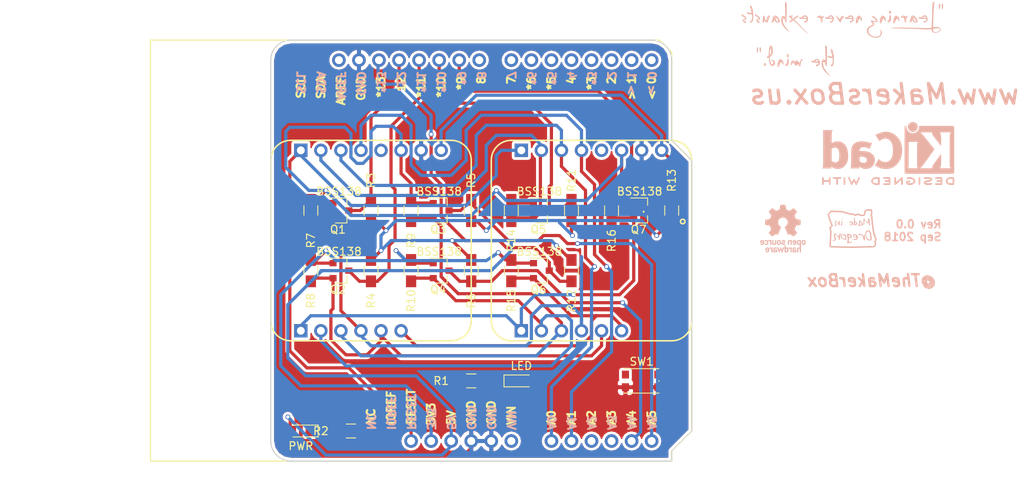
<source format=kicad_pcb>
(kicad_pcb (version 4) (host pcbnew 4.0.7)
  (title_block (title "Beetje 32U4 Blok") (date 2018-08-10) (rev 0.0) (company www.MakersBox.us) (comment 1 648.ken@gmail.com))
  (layers (0 F.Cu signal) (31 B.Cu signal) (34 B.Paste user) (35 F.Paste user) (36 B.SilkS user) (37 F.SilkS user) (38 B.Mask user) (39 F.Mask user) (44 Edge.Cuts user))
  (net 0 "")
  (net 1 GND)
  (net 2 /AREF)
  (net 3 /D4)
  (net 4 /D6)
  (net 5 /D8)
  (net 6 /D13)
  (net 7 /D10)
  (net 8 /D9)
  (net 9 /D7)
  (net 10 /SCL)
  (net 11 /SDA)
  (net 12 /D1)
  (net 13 /D0)
  (net 14 /A0)
  (net 15 /A1)
  (net 16 /A2)
  (net 17 /A3)
  (net 18 /SCK)
  (net 19 /MOSI)
  (net 20 /MISO)
  (net 21 /D5)
  (net 22 /~RESET)
  (net 23 +5V)
  (net 24 /VIN)
  (net 25 +3V3)
  (net 26 "Net-(D1-Pad1)")
  (net 27 "Net-(D2-Pad1)")
  (net 28 "Net-(J4-Pad5)")
  (net 29 "Net-(SW1-Pad1)")
  (net 30 +BATT)
  (net 31 /SDA_5V)
  (net 32 /SCL_5V)
  (net 33 /D9_5V)
  (net 34 /D10_5V)
  (net 35 /MISO_5V)
  (net 36 /MOSI_5V)
  (net 37 /SCK_5V)
  (net 38 "Net-(XA1-PadD2)")
  (net 39 "Net-(XA1-PadD3)")
  (module footprints:Arduino_Leonardo_Shield (layer F.Cu) (at 106.68 129.54)
    (fp_text reference XA1 hide)
    (fp_text value Arduino_Leonardo_Shield)
    (fp_text user . (at 62.484 -32.004) (layer F.SilkS))
    (pad A0 thru_hole oval (at 50.8 -2.54) (size 1.7272 1.7272) (drill 1.016) (layers *.Cu *.Mask) (net 14 /A0))
    (pad VIN thru_hole oval (at 45.72 -2.54) (size 1.7272 1.7272) (drill 1.016) (layers *.Cu *.Mask) (net 24 /VIN))
    (pad GND3 thru_hole oval (at 43.18 -2.54) (size 1.7272 1.7272) (drill 1.016) (layers *.Cu *.Mask) (net 1 GND))
    (pad GND2 thru_hole oval (at 40.64 -2.54) (size 1.7272 1.7272) (drill 1.016) (layers *.Cu *.Mask) (net 1 GND))
    (pad 5V1 thru_hole oval (at 38.1 -2.54) (size 1.7272 1.7272) (drill 1.016) (layers *.Cu *.Mask) (net 23 +5V))
    (pad 3V3 thru_hole oval (at 35.56 -2.54) (size 1.7272 1.7272) (drill 1.016) (layers *.Cu *.Mask) (net 25 +3V3))
    (pad RST1 thru_hole oval (at 33.02 -2.54) (size 1.7272 1.7272) (drill 1.016) (layers *.Cu *.Mask) (net 22 /~RESET))
    (pad D0 thru_hole oval (at 63.5 -50.8) (size 1.7272 1.7272) (drill 1.016) (layers *.Cu *.Mask) (net 13 /D0))
    (pad D1 thru_hole oval (at 60.96 -50.8) (size 1.7272 1.7272) (drill 1.016) (layers *.Cu *.Mask) (net 12 /D1))
    (pad D2 thru_hole oval (at 58.42 -50.8) (size 1.7272 1.7272) (drill 1.016) (layers *.Cu *.Mask) (net 38 "Net-(XA1-PadD2)"))
    (pad D3 thru_hole oval (at 55.88 -50.8) (size 1.7272 1.7272) (drill 1.016) (layers *.Cu *.Mask) (net 39 "Net-(XA1-PadD3)"))
    (pad D4 thru_hole oval (at 53.34 -50.8) (size 1.7272 1.7272) (drill 1.016) (layers *.Cu *.Mask) (net 3 /D4))
    (pad D5 thru_hole oval (at 50.8 -50.8) (size 1.7272 1.7272) (drill 1.016) (layers *.Cu *.Mask) (net 21 /D5))
    (pad D6 thru_hole oval (at 48.26 -50.8) (size 1.7272 1.7272) (drill 1.016) (layers *.Cu *.Mask) (net 4 /D6))
    (pad D7 thru_hole oval (at 45.72 -50.8) (size 1.7272 1.7272) (drill 1.016) (layers *.Cu *.Mask) (net 9 /D7))
    (pad GND1 thru_hole oval (at 26.416 -50.8) (size 1.7272 1.7272) (drill 1.016) (layers *.Cu *.Mask) (net 1 GND))
    (pad D8 thru_hole oval (at 41.656 -50.8) (size 1.7272 1.7272) (drill 1.016) (layers *.Cu *.Mask) (net 5 /D8))
    (pad D9 thru_hole oval (at 39.116 -50.8) (size 1.7272 1.7272) (drill 1.016) (layers *.Cu *.Mask) (net 33 /D9_5V))
    (pad D10 thru_hole oval (at 36.576 -50.8) (size 1.7272 1.7272) (drill 1.016) (layers *.Cu *.Mask) (net 34 /D10_5V))
    (pad AREF thru_hole oval (at 23.876 -50.8) (size 1.7272 1.7272) (drill 1.016) (layers *.Cu *.Mask) (net 2 /AREF))
    (pad D13 thru_hole oval (at 28.956 -50.8) (size 1.7272 1.7272) (drill 1.016) (layers *.Cu *.Mask) (net 37 /SCK_5V))
    (pad D12 thru_hole oval (at 31.496 -50.8) (size 1.7272 1.7272) (drill 1.016) (layers *.Cu *.Mask) (net 35 /MISO_5V))
    (pad D11 thru_hole oval (at 34.036 -50.8) (size 1.7272 1.7272) (drill 1.016) (layers *.Cu *.Mask) (net 36 /MOSI_5V))
    (pad A1 thru_hole oval (at 53.34 -2.54) (size 1.7272 1.7272) (drill 1.016) (layers *.Cu *.Mask) (net 15 /A1))
    (pad A2 thru_hole oval (at 55.88 -2.54) (size 1.7272 1.7272) (drill 1.016) (layers *.Cu *.Mask) (net 16 /A2))
    (pad A3 thru_hole oval (at 58.42 -2.54) (size 1.7272 1.7272) (drill 1.016) (layers *.Cu *.Mask) (net 17 /A3))
    (pad A4 thru_hole oval (at 60.96 -2.54) (size 1.7272 1.7272) (drill 1.016) (layers *.Cu *.Mask) (net 31 /SDA_5V))
    (pad A5 thru_hole oval (at 63.5 -2.54) (size 1.7272 1.7272) (drill 1.016) (layers *.Cu *.Mask) (net 32 /SCL_5V))
  )
  (module footprints:Pin_Header_Straight_1x06_Pitch2.54mm (layer F.Cu) (at 153.67 113.03 90)
    (fp_text reference J2 hide)
    (fp_text value Beetje_Bottom)
    (pad 1 thru_hole rect (at 0 0 90) (size 1.7 1.7) (drill 1) (layers *.Cu *.Mask) (net 8 /D9))
    (pad 2 thru_hole oval (at 0 2.54 90) (size 1.7 1.7) (drill 1) (layers *.Cu *.Mask) (net 11 /SDA))
    (pad 3 thru_hole oval (at 0 5.08 90) (size 1.7 1.7) (drill 1) (layers *.Cu *.Mask) (net 10 /SCL))
    (pad 4 thru_hole oval (at 0 7.62 90) (size 1.7 1.7) (drill 1) (layers *.Cu *.Mask) (net 20 /MISO))
    (pad 5 thru_hole oval (at 0 10.16 90) (size 1.7 1.7) (drill 1) (layers *.Cu *.Mask) (net 19 /MOSI))
    (pad 6 thru_hole oval (at 0 12.7 90) (size 1.7 1.7) (drill 1) (layers *.Cu *.Mask) (net 18 /SCK))
  )
  (module footprints:Pin_Header_Straight_1x08_Pitch2.54mm (layer F.Cu) (at 153.67 90.17 90)
    (fp_text reference J4 hide)
    (fp_text value Beetje_Top)
    (pad 1 thru_hole rect (at 0 0 90) (size 1.7 1.7) (drill 1) (layers *.Cu *.Mask) (net 22 /~RESET))
    (pad 2 thru_hole oval (at 0 2.54 90) (size 1.7 1.7) (drill 1) (layers *.Cu *.Mask) (net 7 /D10))
    (pad 3 thru_hole oval (at 0 5.08 90) (size 1.7 1.7) (drill 1) (layers *.Cu *.Mask) (net 14 /A0))
    (pad 4 thru_hole oval (at 0 7.62 90) (size 1.7 1.7) (drill 1) (layers *.Cu *.Mask) (net 15 /A1))
    (pad 5 thru_hole oval (at 0 10.16 90) (size 1.7 1.7) (drill 1) (layers *.Cu *.Mask) (net 30 +BATT))
    (pad 6 thru_hole oval (at 0 12.7 90) (size 1.7 1.7) (drill 1) (layers *.Cu *.Mask) (net 25 +3V3))
    (pad 7 thru_hole oval (at 0 15.24 90) (size 1.7 1.7) (drill 1) (layers *.Cu *.Mask) (net 1 GND))
    (pad 8 thru_hole oval (at 0 17.78 90) (size 1.7 1.7) (drill 1) (layers *.Cu *.Mask) (net 23 +5V))
  )
  (module Symbols:KiCad-Logo2_8mm_SilkScreen (layer B.Cu) (at 200.152 90.551 180)
    (fp_text reference REF*** hide)
    (fp_text value KiCad-Logo2_8mm_SilkScreen hide)
  )
  (module footprints:MadeInOregonRev25 (layer F.Cu) (at 195.58 100.076)
    (fp_text reference VAL hide)
    (fp_text value MadeInOregonRev25 hide)
  )
  (module Symbols:OSHW-Logo_5.7x6mm_SilkScreen (layer B.Cu) (at 186.817 100.076 180)
    (fp_text reference REF*** hide)
    (fp_text value OSHW-Logo_5.7x6mm_SilkScreen hide)
  )
  (module footprints:graphic_SDA (layer B.Cu) (at 194.31 76.073 180)
    (fp_text reference G*** hide)
    (fp_text value LOGO hide)
  )
  (module footprints:LED_0805_HandSoldering (layer F.Cu) (at 125.73 125.73 180)
    (fp_text reference D2 hide)
    (fp_text value PWR (at 0 -1.905 180) (layer F.SilkS))
    (pad 1 smd rect (at -1.35 0 180) (size 1.5 1.3) (layers F.Cu F.Paste F.Mask) (net 27 "Net-(D2-Pad1)"))
    (pad 2 smd rect (at 1.35 0 180) (size 1.5 1.3) (layers F.Cu F.Paste F.Mask) (net 23 +5V))
  )
  (module footprints:Pin_Header_Straight_1x06_Pitch2.54mm (layer F.Cu) (at 125.73 113.03 90)
    (fp_text reference J2 hide)
    (fp_text value Beetje_Bottom)
    (pad 1 thru_hole rect (at 0 0 90) (size 1.7 1.7) (drill 1) (layers *.Cu *.Mask) (net 8 /D9))
    (pad 2 thru_hole oval (at 0 2.54 90) (size 1.7 1.7) (drill 1) (layers *.Cu *.Mask) (net 11 /SDA))
    (pad 3 thru_hole oval (at 0 5.08 90) (size 1.7 1.7) (drill 1) (layers *.Cu *.Mask) (net 10 /SCL))
    (pad 4 thru_hole oval (at 0 7.62 90) (size 1.7 1.7) (drill 1) (layers *.Cu *.Mask) (net 20 /MISO))
    (pad 5 thru_hole oval (at 0 10.16 90) (size 1.7 1.7) (drill 1) (layers *.Cu *.Mask) (net 19 /MOSI))
    (pad 6 thru_hole oval (at 0 12.7 90) (size 1.7 1.7) (drill 1) (layers *.Cu *.Mask) (net 18 /SCK))
  )
  (module footprints:Pin_Header_Straight_1x08_Pitch2.54mm (layer F.Cu) (at 125.73 90.17 90)
    (fp_text reference J4 hide)
    (fp_text value Beetje_Top)
    (pad 1 thru_hole rect (at 0 0 90) (size 1.7 1.7) (drill 1) (layers *.Cu *.Mask) (net 22 /~RESET))
    (pad 2 thru_hole oval (at 0 2.54 90) (size 1.7 1.7) (drill 1) (layers *.Cu *.Mask) (net 7 /D10))
    (pad 3 thru_hole oval (at 0 5.08 90) (size 1.7 1.7) (drill 1) (layers *.Cu *.Mask) (net 14 /A0))
    (pad 4 thru_hole oval (at 0 7.62 90) (size 1.7 1.7) (drill 1) (layers *.Cu *.Mask) (net 15 /A1))
    (pad 5 thru_hole oval (at 0 10.16 90) (size 1.7 1.7) (drill 1) (layers *.Cu *.Mask) (net 28 "Net-(J4-Pad5)"))
    (pad 6 thru_hole oval (at 0 12.7 90) (size 1.7 1.7) (drill 1) (layers *.Cu *.Mask) (net 25 +3V3))
    (pad 7 thru_hole oval (at 0 15.24 90) (size 1.7 1.7) (drill 1) (layers *.Cu *.Mask) (net 1 GND))
    (pad 8 thru_hole oval (at 0 17.78 90) (size 1.7 1.7) (drill 1) (layers *.Cu *.Mask) (net 23 +5V))
  )
  (module footprints:R_0805_HandSoldering (layer F.Cu) (at 132.08 125.73)
    (fp_text reference R2 (at -3.81 0) (layer F.SilkS))
    (fp_text value 1K)
    (pad 1 smd rect (at -1.35 0) (size 1.5 1.3) (layers F.Cu F.Paste F.Mask) (net 27 "Net-(D2-Pad1)"))
    (pad 2 smd rect (at 1.35 0) (size 1.5 1.3) (layers F.Cu F.Paste F.Mask) (net 1 GND))
  )
  (module footprints:LED_0805_HandSoldering (layer F.Cu) (at 153.67 119.38)
    (fp_text reference D1 hide)
    (fp_text value LED (at 0 -1.905) (layer F.SilkS))
    (pad 1 smd rect (at -1.35 0) (size 1.5 1.3) (layers F.Cu F.Paste F.Mask) (net 26 "Net-(D1-Pad1)"))
    (pad 2 smd rect (at 1.35 0) (size 1.5 1.3) (layers F.Cu F.Paste F.Mask) (net 6 /D13))
  )
  (module footprints:SOT-23 (layer F.Cu) (at 130.81 97.79)
    (fp_text reference Q1 (at -0.381 2.413) (layer F.SilkS))
    (fp_text value BSS138 (at -0.254 -2.413) (layer F.SilkS))
    (pad 1 smd rect (at -1 -0.95) (size 0.9 0.8) (layers F.Cu F.Paste F.Mask) (net 25 +3V3))
    (pad 2 smd rect (at -1 0.95) (size 0.9 0.8) (layers F.Cu F.Paste F.Mask) (net 20 /MISO))
    (pad 3 smd rect (at 1 0) (size 0.9 0.8) (layers F.Cu F.Paste F.Mask) (net 35 /MISO_5V))
  )
  (module footprints:SOT-23 (layer F.Cu) (at 130.81 105.41)
    (fp_text reference Q2 (at -0.381 2.413) (layer F.SilkS))
    (fp_text value BSS138 (at -0.254 -2.413) (layer F.SilkS))
    (pad 1 smd rect (at -1 -0.95) (size 0.9 0.8) (layers F.Cu F.Paste F.Mask) (net 25 +3V3))
    (pad 2 smd rect (at -1 0.95) (size 0.9 0.8) (layers F.Cu F.Paste F.Mask) (net 19 /MOSI))
    (pad 3 smd rect (at 1 0) (size 0.9 0.8) (layers F.Cu F.Paste F.Mask) (net 36 /MOSI_5V))
  )
  (module footprints:SOT-23 (layer F.Cu) (at 143.51 97.79)
    (fp_text reference Q3 (at -0.381 2.413) (layer F.SilkS))
    (fp_text value BSS138 (at -0.254 -2.413) (layer F.SilkS))
    (pad 1 smd rect (at -1 -0.95) (size 0.9 0.8) (layers F.Cu F.Paste F.Mask) (net 25 +3V3))
    (pad 2 smd rect (at -1 0.95) (size 0.9 0.8) (layers F.Cu F.Paste F.Mask) (net 10 /SCL))
    (pad 3 smd rect (at 1 0) (size 0.9 0.8) (layers F.Cu F.Paste F.Mask) (net 32 /SCL_5V))
  )
  (module footprints:SOT-23 (layer F.Cu) (at 143.51 105.41)
    (fp_text reference Q4 (at -0.381 2.413) (layer F.SilkS))
    (fp_text value BSS138 (at -0.254 -2.413) (layer F.SilkS))
    (pad 1 smd rect (at -1 -0.95) (size 0.9 0.8) (layers F.Cu F.Paste F.Mask) (net 25 +3V3))
    (pad 2 smd rect (at -1 0.95) (size 0.9 0.8) (layers F.Cu F.Paste F.Mask) (net 11 /SDA))
    (pad 3 smd rect (at 1 0) (size 0.9 0.8) (layers F.Cu F.Paste F.Mask) (net 31 /SDA_5V))
  )
  (module footprints:SOT-23 (layer F.Cu) (at 156.21 97.79)
    (fp_text reference Q5 (at -0.381 2.413) (layer F.SilkS))
    (fp_text value BSS138 (at -0.254 -2.413) (layer F.SilkS))
    (pad 1 smd rect (at -1 -0.95) (size 0.9 0.8) (layers F.Cu F.Paste F.Mask) (net 25 +3V3))
    (pad 2 smd rect (at -1 0.95) (size 0.9 0.8) (layers F.Cu F.Paste F.Mask) (net 7 /D10))
    (pad 3 smd rect (at 1 0) (size 0.9 0.8) (layers F.Cu F.Paste F.Mask) (net 34 /D10_5V))
  )
  (module footprints:SOT-23 (layer F.Cu) (at 156.21 105.41)
    (fp_text reference Q6 (at -0.381 2.413) (layer F.SilkS))
    (fp_text value BSS138 (at -0.254 -2.413) (layer F.SilkS))
    (pad 1 smd rect (at -1 -0.95) (size 0.9 0.8) (layers F.Cu F.Paste F.Mask) (net 25 +3V3))
    (pad 2 smd rect (at -1 0.95) (size 0.9 0.8) (layers F.Cu F.Paste F.Mask) (net 18 /SCK))
    (pad 3 smd rect (at 1 0) (size 0.9 0.8) (layers F.Cu F.Paste F.Mask) (net 37 /SCK_5V))
  )
  (module footprints:SOT-23 (layer F.Cu) (at 168.91 97.79)
    (fp_text reference Q7 (at -0.381 2.413) (layer F.SilkS))
    (fp_text value BSS138 (at -0.254 -2.413) (layer F.SilkS))
    (pad 1 smd rect (at -1 -0.95) (size 0.9 0.8) (layers F.Cu F.Paste F.Mask) (net 25 +3V3))
    (pad 2 smd rect (at -1 0.95) (size 0.9 0.8) (layers F.Cu F.Paste F.Mask) (net 8 /D9))
    (pad 3 smd rect (at 1 0) (size 0.9 0.8) (layers F.Cu F.Paste F.Mask) (net 33 /D9_5V))
  )
  (module footprints:R_0805_HandSoldering (layer F.Cu) (at 147.32 119.38)
    (fp_text reference R1 (at -3.81 0) (layer F.SilkS))
    (fp_text value 1K)
    (pad 1 smd rect (at -1.35 0) (size 1.5 1.3) (layers F.Cu F.Paste F.Mask) (net 1 GND))
    (pad 2 smd rect (at 1.35 0) (size 1.5 1.3) (layers F.Cu F.Paste F.Mask) (net 26 "Net-(D1-Pad1)"))
  )
  (module footprints:R_0805_HandSoldering (layer F.Cu) (at 134.62 97.79 270)
    (fp_text reference R3 (at -3.81 0 270) (layer F.SilkS))
    (fp_text value 10K)
    (pad 1 smd rect (at -1.35 0 270) (size 1.5 1.3) (layers F.Cu F.Paste F.Mask) (net 35 /MISO_5V))
    (pad 2 smd rect (at 1.35 0 270) (size 1.5 1.3) (layers F.Cu F.Paste F.Mask) (net 23 +5V))
  )
  (module footprints:R_0805_HandSoldering (layer F.Cu) (at 134.62 105.41 90)
    (fp_text reference R4 (at -3.81 0 90) (layer F.SilkS))
    (fp_text value 10K)
    (pad 1 smd rect (at -1.35 0 90) (size 1.5 1.3) (layers F.Cu F.Paste F.Mask) (net 36 /MOSI_5V))
    (pad 2 smd rect (at 1.35 0 90) (size 1.5 1.3) (layers F.Cu F.Paste F.Mask) (net 23 +5V))
  )
  (module footprints:R_0805_HandSoldering (layer F.Cu) (at 147.32 97.79 270)
    (fp_text reference R5 (at -3.81 0 270) (layer F.SilkS))
    (fp_text value 10K)
    (pad 1 smd rect (at -1.35 0 270) (size 1.5 1.3) (layers F.Cu F.Paste F.Mask) (net 32 /SCL_5V))
    (pad 2 smd rect (at 1.35 0 270) (size 1.5 1.3) (layers F.Cu F.Paste F.Mask) (net 23 +5V))
  )
  (module footprints:R_0805_HandSoldering (layer F.Cu) (at 147.32 105.41 90)
    (fp_text reference R6 (at -3.81 0 90) (layer F.SilkS))
    (fp_text value 10K)
    (pad 1 smd rect (at -1.35 0 90) (size 1.5 1.3) (layers F.Cu F.Paste F.Mask) (net 31 /SDA_5V))
    (pad 2 smd rect (at 1.35 0 90) (size 1.5 1.3) (layers F.Cu F.Paste F.Mask) (net 23 +5V))
  )
  (module footprints:R_0805_HandSoldering (layer F.Cu) (at 127 97.79 90)
    (fp_text reference R7 (at -3.81 0 90) (layer F.SilkS))
    (fp_text value 10K)
    (pad 1 smd rect (at -1.35 0 90) (size 1.5 1.3) (layers F.Cu F.Paste F.Mask) (net 20 /MISO))
    (pad 2 smd rect (at 1.35 0 90) (size 1.5 1.3) (layers F.Cu F.Paste F.Mask) (net 25 +3V3))
  )
  (module footprints:R_0805_HandSoldering (layer F.Cu) (at 127 105.41 90)
    (fp_text reference R8 (at -3.81 0 90) (layer F.SilkS))
    (fp_text value 10K)
    (pad 1 smd rect (at -1.35 0 90) (size 1.5 1.3) (layers F.Cu F.Paste F.Mask) (net 19 /MOSI))
    (pad 2 smd rect (at 1.35 0 90) (size 1.5 1.3) (layers F.Cu F.Paste F.Mask) (net 25 +3V3))
  )
  (module footprints:R_0805_HandSoldering (layer F.Cu) (at 139.7 97.79 90)
    (fp_text reference R9 (at -3.81 0 90) (layer F.SilkS))
    (fp_text value 10K)
    (pad 1 smd rect (at -1.35 0 90) (size 1.5 1.3) (layers F.Cu F.Paste F.Mask) (net 10 /SCL))
    (pad 2 smd rect (at 1.35 0 90) (size 1.5 1.3) (layers F.Cu F.Paste F.Mask) (net 25 +3V3))
  )
  (module footprints:R_0805_HandSoldering (layer F.Cu) (at 139.7 105.41 90)
    (fp_text reference R10 (at -3.81 0 90) (layer F.SilkS))
    (fp_text value 10K)
    (pad 1 smd rect (at -1.35 0 90) (size 1.5 1.3) (layers F.Cu F.Paste F.Mask) (net 11 /SDA))
    (pad 2 smd rect (at 1.35 0 90) (size 1.5 1.3) (layers F.Cu F.Paste F.Mask) (net 25 +3V3))
  )
  (module footprints:R_0805_HandSoldering (layer F.Cu) (at 160.02 97.79 270)
    (fp_text reference R11 (at -3.81 0 270) (layer F.SilkS))
    (fp_text value 10K)
    (pad 1 smd rect (at -1.35 0 270) (size 1.5 1.3) (layers F.Cu F.Paste F.Mask) (net 34 /D10_5V))
    (pad 2 smd rect (at 1.35 0 270) (size 1.5 1.3) (layers F.Cu F.Paste F.Mask) (net 23 +5V))
  )
  (module footprints:R_0805_HandSoldering (layer F.Cu) (at 160.02 105.41 90)
    (fp_text reference R12 (at -3.81 0 90) (layer F.SilkS))
    (fp_text value 10K)
    (pad 1 smd rect (at -1.35 0 90) (size 1.5 1.3) (layers F.Cu F.Paste F.Mask) (net 37 /SCK_5V))
    (pad 2 smd rect (at 1.35 0 90) (size 1.5 1.3) (layers F.Cu F.Paste F.Mask) (net 23 +5V))
  )
  (module footprints:R_0805_HandSoldering (layer F.Cu) (at 172.72 97.79 270)
    (fp_text reference R13 (at -3.81 0 270) (layer F.SilkS))
    (fp_text value 10K)
    (pad 1 smd rect (at -1.35 0 270) (size 1.5 1.3) (layers F.Cu F.Paste F.Mask) (net 33 /D9_5V))
    (pad 2 smd rect (at 1.35 0 270) (size 1.5 1.3) (layers F.Cu F.Paste F.Mask) (net 23 +5V))
  )
  (module footprints:R_0805_HandSoldering (layer F.Cu) (at 152.4 97.79 90)
    (fp_text reference R14 (at -3.81 0 90) (layer F.SilkS))
    (fp_text value 10K)
    (pad 1 smd rect (at -1.35 0 90) (size 1.5 1.3) (layers F.Cu F.Paste F.Mask) (net 7 /D10))
    (pad 2 smd rect (at 1.35 0 90) (size 1.5 1.3) (layers F.Cu F.Paste F.Mask) (net 25 +3V3))
  )
  (module footprints:R_0805_HandSoldering (layer F.Cu) (at 152.4 105.41 90)
    (fp_text reference R15 (at -3.81 0 90) (layer F.SilkS))
    (fp_text value 10K)
    (pad 1 smd rect (at -1.35 0 90) (size 1.5 1.3) (layers F.Cu F.Paste F.Mask) (net 18 /SCK))
    (pad 2 smd rect (at 1.35 0 90) (size 1.5 1.3) (layers F.Cu F.Paste F.Mask) (net 25 +3V3))
  )
  (module footprints:R_0805_HandSoldering (layer F.Cu) (at 165.1 97.79 90)
    (fp_text reference R16 (at -3.81 0 90) (layer F.SilkS))
    (fp_text value 10K)
    (pad 1 smd rect (at -1.35 0 90) (size 1.5 1.3) (layers F.Cu F.Paste F.Mask) (net 8 /D9))
    (pad 2 smd rect (at 1.35 0 90) (size 1.5 1.3) (layers F.Cu F.Paste F.Mask) (net 25 +3V3))
  )
  (module footprints:SW_SPST_KMR2 (layer F.Cu) (at 168.91 119.38)
    (fp_text reference SW1 (at 0 -2.45) (layer F.SilkS))
    (fp_text value SW_Push)
    (pad 1 smd rect (at -2.05 -0.8) (size 0.9 1) (layers F.Cu F.Paste F.Mask) (net 29 "Net-(SW1-Pad1)"))
    (pad 2 smd rect (at -2.05 0.8) (size 0.9 1) (layers F.Cu F.Paste F.Mask) (net 1 GND))
    (pad 1 smd rect (at 2.05 -0.8) (size 0.9 1) (layers F.Cu F.Paste F.Mask) (net 29 "Net-(SW1-Pad1)"))
    (pad 2 smd rect (at 2.05 0.8) (size 0.9 1) (layers F.Cu F.Paste F.Mask) (net 1 GND))
  )
  (gr_line (start 172.72 129.54) (end 124.46 129.54) (angle 90) (layer Edge.Cuts) (width 0.15))
  (gr_line (start 124.46 76.2) (end 170.18 76.2) (angle 90) (layer Edge.Cuts) (width 0.15))
  (gr_line (start 121.92 78.74) (end 121.92 127) (angle 90) (layer Edge.Cuts) (width 0.15))
  (gr_arc (start 124.46 78.74) (end 121.92 78.74) (angle 90) (layer Edge.Cuts) (width 0.15))
  (gr_arc (start 124.46 127) (end 124.46 129.54) (angle 90) (layer Edge.Cuts) (width 0.15))
  (gr_line (start 172.72 88.9) (end 152.4 88.9) (angle 90) (layer F.SilkS) (width 0.2))
  (gr_line (start 152.4 114.3) (end 172.72 114.3) (angle 90) (layer F.SilkS) (width 0.2))
  (gr_line (start 149.86 91.44) (end 149.86 111.76) (angle 90) (layer F.SilkS) (width 0.2))
  (gr_arc (start 172.72 111.76) (end 175.26 111.76) (angle 90) (layer F.SilkS) (width 0.2))
  (gr_arc (start 172.72 91.44) (end 172.72 88.9) (angle 90) (layer F.SilkS) (width 0.2))
  (gr_arc (start 152.4 111.76) (end 152.4 114.3) (angle 90) (layer F.SilkS) (width 0.2))
  (gr_arc (start 152.4 91.44) (end 149.86 91.44) (angle 90) (layer F.SilkS) (width 0.2))
  (gr_line (start 124.46 88.9) (end 144.78 88.9) (angle 90) (layer F.SilkS) (width 0.2))
  (gr_line (start 147.32 111.76) (end 147.32 91.44) (angle 90) (layer F.SilkS) (width 0.2))
  (gr_line (start 124.46 114.3) (end 144.78 114.3) (angle 90) (layer F.SilkS) (width 0.2))
  (gr_line (start 121.92 91.44) (end 121.92 111.76) (angle 90) (layer F.SilkS) (width 0.2))
  (gr_arc (start 144.78 111.76) (end 147.32 111.76) (angle 90) (layer F.SilkS) (width 0.2))
  (gr_arc (start 124.46 111.76) (end 124.46 114.3) (angle 90) (layer F.SilkS) (width 0.2))
  (gr_arc (start 144.78 91.44) (end 144.78 88.9) (angle 90) (layer F.SilkS) (width 0.2))
  (gr_arc (start 124.46 91.44) (end 121.92 91.44) (angle 90) (layer F.SilkS) (width 0.2))
  (gr_circle (center 174.117 99.187) (end 173.99 98.933) (layer F.SilkS) (width 0.2))
  (gr_text SCL (at 125.73 80.01 270) (layer B.SilkS) (effects (font (size 1 1) (thickness 0.25)) (justify right mirror)))
  (gr_text SDA (at 128.27 80.01 270) (layer B.SilkS) (effects (font (size 1 1) (thickness 0.25)) (justify right mirror)))
  (gr_text AREF (at 130.81 80.01 270) (layer B.SilkS) (effects (font (size 1 1) (thickness 0.25)) (justify right mirror)))
  (gr_text GND (at 133.35 80.01 270) (layer B.SilkS) (effects (font (size 1 1) (thickness 0.25)) (justify right mirror)))
  (gr_text *13 (at 135.89 80.01 270) (layer B.SilkS) (effects (font (size 1 1) (thickness 0.25)) (justify right mirror)))
  (gr_text 12 (at 138.43 80.01 270) (layer B.SilkS) (effects (font (size 1 1) (thickness 0.25)) (justify right mirror)))
  (gr_text *11 (at 140.97 80.01 270) (layer B.SilkS) (effects (font (size 1 1) (thickness 0.25)) (justify right mirror)))
  (gr_text *10 (at 143.51 80.01 270) (layer B.SilkS) (effects (font (size 1 1) (thickness 0.25)) (justify right mirror)))
  (gr_text *9 (at 146.05 80.01 270) (layer B.SilkS) (effects (font (size 1 1) (thickness 0.25)) (justify right mirror)))
  (gr_text 8 (at 148.59 80.01 270) (layer B.SilkS) (effects (font (size 1 1) (thickness 0.25)) (justify right mirror)))
  (gr_text 7 (at 152.4 80.01 270) (layer B.SilkS) (effects (font (size 1 1) (thickness 0.25)) (justify right mirror)))
  (gr_text *6 (at 154.94 80.01 270) (layer B.SilkS) (effects (font (size 1 1) (thickness 0.25)) (justify right mirror)))
  (gr_text *5 (at 157.48 80.01 270) (layer B.SilkS) (effects (font (size 1 1) (thickness 0.25)) (justify right mirror)))
  (gr_text 4 (at 160.02 80.01 270) (layer B.SilkS) (effects (font (size 1 1) (thickness 0.25)) (justify right mirror)))
  (gr_text *3 (at 162.56 80.01 270) (layer B.SilkS) (effects (font (size 1 1) (thickness 0.25)) (justify right mirror)))
  (gr_text 2 (at 165.1 80.01 270) (layer B.SilkS) (effects (font (size 1 1) (thickness 0.25)) (justify right mirror)))
  (gr_text "> 1" (at 167.64 80.01 270) (layer B.SilkS) (effects (font (size 1 1) (thickness 0.25)) (justify right mirror)))
  (gr_text "< 0" (at 170.18 80.01 270) (layer B.SilkS) (effects (font (size 1 1) (thickness 0.25)) (justify right mirror)))
  (gr_text A5 (at 170.18 125.73 270) (layer B.SilkS) (effects (font (size 1 1) (thickness 0.25)) (justify left mirror)))
  (gr_text A4 (at 167.64 125.73 270) (layer B.SilkS) (effects (font (size 1 1) (thickness 0.25)) (justify left mirror)))
  (gr_text A3 (at 165.1 125.73 270) (layer B.SilkS) (effects (font (size 1 1) (thickness 0.25)) (justify left mirror)))
  (gr_text A2 (at 162.56 125.73 270) (layer B.SilkS) (effects (font (size 1 1) (thickness 0.25)) (justify left mirror)))
  (gr_text A1 (at 160.02 125.73 270) (layer B.SilkS) (effects (font (size 1 1) (thickness 0.25)) (justify left mirror)))
  (gr_text A0 (at 157.48 125.73 270) (layer B.SilkS) (effects (font (size 1 1) (thickness 0.25)) (justify left mirror)))
  (gr_text VIN (at 152.4 125.73 270) (layer B.SilkS) (effects (font (size 1 1) (thickness 0.25)) (justify left mirror)))
  (gr_text GND (at 149.86 125.73 270) (layer B.SilkS) (effects (font (size 1 1) (thickness 0.25)) (justify left mirror)))
  (gr_text GND (at 147.32 125.73 270) (layer B.SilkS) (effects (font (size 1 1) (thickness 0.25)) (justify left mirror)))
  (gr_text 5V (at 144.78 125.73 270) (layer B.SilkS) (effects (font (size 1 1) (thickness 0.25)) (justify left mirror)))
  (gr_text 3V3 (at 142.24 125.73 270) (layer B.SilkS) (effects (font (size 1 1) (thickness 0.25)) (justify left mirror)))
  (gr_text RESET (at 139.7 125.73 270) (layer B.SilkS) (effects (font (size 1 1) (thickness 0.25)) (justify left mirror)))
  (gr_text IOREF (at 137.16 125.73 270) (layer B.SilkS) (effects (font (size 1 1) (thickness 0.25)) (justify left mirror)))
  (gr_text NC (at 134.62 125.73 270) (layer B.SilkS) (effects (font (size 1 1) (thickness 0.25)) (justify left mirror)))
  (gr_text NC (at 134.62 125.095 90) (layer F.SilkS) (effects (font (size 1 1) (thickness 0.25)) (justify left)))
  (gr_text "Rev 0.0\nSep 2018" (at 207.01 100.33) (layer B.SilkS) (effects (font (size 1 1) (thickness 0.2)) (justify left mirror)))
  (gr_text @TheMakerBox (at 198.12 106.68) (layer B.SilkS) (effects (font (size 1.5 1.5) (thickness 0.3) italic) (justify mirror)))
  (gr_text www.MakersBox.us (at 199.771 83.058) (layer B.SilkS) (effects (font (size 2.5 2.5) (thickness 0.4) italic) (justify mirror)))
  (gr_line (start 172.72 128.27) (end 172.72 129.54) (angle 90) (layer Edge.Cuts) (width 0.15))
  (gr_line (start 175.26 125.73) (end 172.72 128.27) (angle 90) (layer Edge.Cuts) (width 0.15))
  (gr_line (start 175.26 91.44) (end 175.26 125.73) (angle 90) (layer Edge.Cuts) (width 0.15))
  (gr_line (start 172.72 88.9) (end 175.26 91.44) (angle 90) (layer Edge.Cuts) (width 0.15))
  (gr_line (start 172.72 78.74) (end 172.72 88.9) (angle 90) (layer Edge.Cuts) (width 0.15))
  (gr_arc (start 170.18 78.74) (end 170.18 76.2) (angle 90) (layer Edge.Cuts) (width 0.15))
  (gr_text A5 (at 170.18 125.095 90) (layer F.SilkS) (effects (font (size 1 1) (thickness 0.25)) (justify left)))
  (gr_text A4 (at 167.64 125.095 90) (layer F.SilkS) (effects (font (size 1 1) (thickness 0.25)) (justify left)))
  (gr_text A3 (at 165.1 125.095 90) (layer F.SilkS) (effects (font (size 1 1) (thickness 0.25)) (justify left)))
  (gr_text A2 (at 162.56 125.095 90) (layer F.SilkS) (effects (font (size 1 1) (thickness 0.25)) (justify left)))
  (gr_text A1 (at 160.02 125.095 90) (layer F.SilkS) (effects (font (size 1 1) (thickness 0.25)) (justify left)))
  (gr_text A0 (at 157.48 125.095 90) (layer F.SilkS) (effects (font (size 1 1) (thickness 0.25)) (justify left)))
  (gr_text VIN (at 152.4 125.095 90) (layer F.SilkS) (effects (font (size 1 1) (thickness 0.25)) (justify left)))
  (gr_text GND (at 149.86 125.095 90) (layer F.SilkS) (effects (font (size 1 1) (thickness 0.25)) (justify left)))
  (gr_text GND (at 147.32 125.095 90) (layer F.SilkS) (effects (font (size 1 1) (thickness 0.25)) (justify left)))
  (gr_text 3V3 (at 142.24 125.095 90) (layer F.SilkS) (effects (font (size 1 1) (thickness 0.25)) (justify left)))
  (gr_text RESET (at 139.7 125.095 90) (layer F.SilkS) (effects (font (size 1 1) (thickness 0.25)) (justify left)))
  (gr_text 5V (at 144.78 125.095 90) (layer F.SilkS) (effects (font (size 1 1) (thickness 0.25)) (justify left)))
  (gr_text IOREF (at 137.16 125.095 90) (layer F.SilkS) (effects (font (size 1 1) (thickness 0.25)) (justify left)))
  (gr_text "< 0" (at 170.18 80.645 90) (layer F.SilkS) (effects (font (size 1 1) (thickness 0.25)) (justify right)))
  (gr_text "> 1" (at 167.64 80.645 90) (layer F.SilkS) (effects (font (size 1 1) (thickness 0.25)) (justify right)))
  (gr_text 2 (at 165.1 80.645 90) (layer F.SilkS) (effects (font (size 1 1) (thickness 0.25)) (justify right)))
  (gr_text *3 (at 162.56 80.645 90) (layer F.SilkS) (effects (font (size 1 1) (thickness 0.25)) (justify right)))
  (gr_text 4 (at 160.02 80.645 90) (layer F.SilkS) (effects (font (size 1 1) (thickness 0.25)) (justify right)))
  (gr_text *5 (at 157.48 80.645 90) (layer F.SilkS) (effects (font (size 1 1) (thickness 0.25)) (justify right)))
  (gr_text *6 (at 154.94 80.645 90) (layer F.SilkS) (effects (font (size 1 1) (thickness 0.25)) (justify right)))
  (gr_text 7 (at 152.4 80.645 90) (layer F.SilkS) (effects (font (size 1 1) (thickness 0.25)) (justify right)))
  (gr_text 8 (at 148.59 80.645 90) (layer F.SilkS) (effects (font (size 1 1) (thickness 0.25)) (justify right)))
  (gr_text *9 (at 146.05 80.645 90) (layer F.SilkS) (effects (font (size 1 1) (thickness 0.25)) (justify right)))
  (gr_text *10 (at 143.51 80.645 90) (layer F.SilkS) (effects (font (size 1 1) (thickness 0.25)) (justify right)))
  (gr_text *11 (at 140.97 80.645 90) (layer F.SilkS) (effects (font (size 1 1) (thickness 0.25)) (justify right)))
  (gr_text 12 (at 138.43 80.645 90) (layer F.SilkS) (effects (font (size 1 1) (thickness 0.25)) (justify right)))
  (gr_text *13 (at 135.89 80.645 90) (layer F.SilkS) (effects (font (size 1 1) (thickness 0.25)) (justify right)))
  (gr_text GND (at 133.35 80.645 90) (layer F.SilkS) (effects (font (size 1 1) (thickness 0.25)) (justify right)))
  (gr_text AREF (at 130.81 80.645 90) (layer F.SilkS) (effects (font (size 1 1) (thickness 0.25)) (justify right)))
  (gr_text "SDA\n" (at 128.27 80.645 90) (layer F.SilkS) (effects (font (size 1 1) (thickness 0.25)) (justify right)))
  (gr_text SCL (at 125.73 80.645 90) (layer F.SilkS) (effects (font (size 1 1) (thickness 0.25)) (justify right)))
  (segment (start 133.43 125.73) (end 133.43 126.318) (width 0.4064) (layer F.Cu) (net 1))
  (segment (start 133.43 126.318) (end 135.89 128.778) (width 0.4064) (layer F.Cu) (net 1))
  (segment (start 147.32 127.889) (end 147.32 127) (width 0.4064) (layer F.Cu) (net 1))
  (segment (start 146.431 128.778) (end 147.32 127.889) (width 0.4064) (layer F.Cu) (net 1))
  (segment (start 135.89 128.778) (end 146.431 128.778) (width 0.4064) (layer F.Cu) (net 1))
  (segment (start 140.97 90.17) (end 140.97 86.36) (width 0.4064) (layer B.Cu) (net 1))
  (segment (start 142.875 92.075) (end 141.732 92.075) (width 0.4064) (layer B.Cu) (net 1))
  (segment (start 168.91 86.995) (end 166.37 84.455) (width 0.4064) (layer B.Cu) (net 1))
  (segment (start 166.37 84.455) (end 147.955 84.455) (width 0.4064) (layer B.Cu) (net 1))
  (segment (start 147.955 84.455) (end 145.415 86.995) (width 0.4064) (layer B.Cu) (net 1))
  (segment (start 145.415 86.995) (end 145.415 90.805) (width 0.4064) (layer B.Cu) (net 1))
  (segment (start 145.415 90.805) (end 144.145 92.075) (width 0.4064) (layer B.Cu) (net 1))
  (segment (start 144.145 92.075) (end 142.875 92.075) (width 0.4064) (layer B.Cu) (net 1))
  (segment (start 168.91 90.17) (end 168.91 86.995) (width 0.4064) (layer B.Cu) (net 1))
  (segment (start 140.97 91.313) (end 140.97 90.17) (width 0.4064) (layer B.Cu) (net 1))
  (segment (start 141.732 92.075) (end 140.97 91.313) (width 0.4064) (layer B.Cu) (net 1))
  (segment (start 133.096 81.661) (end 133.096 78.74) (width 0.4064) (layer B.Cu) (net 1))
  (segment (start 134.62 83.185) (end 133.096 81.661) (width 0.4064) (layer B.Cu) (net 1))
  (segment (start 137.795 83.185) (end 134.62 83.185) (width 0.4064) (layer B.Cu) (net 1))
  (segment (start 141.097 86.487) (end 137.795 83.185) (width 0.4064) (layer B.Cu) (net 1))
  (segment (start 155.21 98.74) (end 155.387 98.74) (width 0.4064) (layer F.Cu) (net 7))
  (segment (start 155.387 98.74) (end 156.083 98.044) (width 0.4064) (layer F.Cu) (net 7))
  (segment (start 156.083 98.044) (end 156.083 90.297) (width 0.4064) (layer F.Cu) (net 7))
  (segment (start 156.083 90.297) (end 156.21 90.17) (width 0.4064) (layer F.Cu) (net 7))
  (segment (start 156.21 90.17) (end 156.21 89.535) (width 0.4064) (layer B.Cu) (net 7))
  (segment (start 156.21 89.535) (end 154.94 88.265) (width 0.4064) (layer B.Cu) (net 7))
  (segment (start 154.94 88.265) (end 150.495 88.265) (width 0.4064) (layer B.Cu) (net 7))
  (segment (start 150.495 88.265) (end 149.225 89.535) (width 0.4064) (layer B.Cu) (net 7))
  (segment (start 149.225 89.535) (end 149.225 92.71) (width 0.4064) (layer B.Cu) (net 7))
  (segment (start 149.225 92.71) (end 146.05 95.885) (width 0.4064) (layer B.Cu) (net 7))
  (segment (start 146.05 95.885) (end 132.715 95.885) (width 0.4064) (layer B.Cu) (net 7))
  (segment (start 132.715 95.885) (end 128.27 91.44) (width 0.4064) (layer B.Cu) (net 7))
  (segment (start 128.27 91.44) (end 128.27 90.17) (width 0.4064) (layer B.Cu) (net 7))
  (segment (start 152.861 99.14) (end 152.4 99.14) (width 0.4064) (layer F.Cu) (net 7))
  (segment (start 155.21 98.74) (end 152.8 98.74) (width 0.4064) (layer F.Cu) (net 7))
  (segment (start 152.8 98.74) (end 152.4 99.14) (width 0.4064) (layer F.Cu) (net 7))
  (segment (start 153.67 113.03) (end 153.67 110.236) (width 0.4064) (layer B.Cu) (net 8))
  (segment (start 167.91 106.664) (end 167.91 98.74) (width 0.4064) (layer F.Cu) (net 8))
  (segment (start 166.116 108.458) (end 167.91 106.664) (width 0.4064) (layer F.Cu) (net 8))
  (segment (start 160.274 108.458) (end 166.116 108.458) (width 0.4064) (layer F.Cu) (net 8))
  (via (at 160.274 108.458) (size 0.6) (drill 0.4) (layers F.Cu B.Cu) (net 8))
  (segment (start 155.448 108.458) (end 160.274 108.458) (width 0.4064) (layer B.Cu) (net 8))
  (segment (start 153.67 110.236) (end 155.448 108.458) (width 0.4064) (layer B.Cu) (net 8))
  (segment (start 125.73 113.03) (end 125.73 112.395) (width 0.4064) (layer B.Cu) (net 8))
  (segment (start 125.73 112.395) (end 127 111.125) (width 0.4064) (layer B.Cu) (net 8))
  (segment (start 127 111.125) (end 151.765 111.125) (width 0.4064) (layer B.Cu) (net 8))
  (segment (start 151.765 111.125) (end 153.67 113.03) (width 0.4064) (layer B.Cu) (net 8))
  (segment (start 167.91 98.74) (end 165.5 98.74) (width 0.4064) (layer F.Cu) (net 8))
  (segment (start 165.5 98.74) (end 165.1 99.14) (width 0.4064) (layer F.Cu) (net 8))
  (segment (start 158.75 113.03) (end 158.75 112.014) (width 0.4064) (layer F.Cu) (net 10))
  (segment (start 143.51 99.74) (end 142.51 98.74) (width 0.4064) (layer F.Cu) (net 10))
  (segment (start 143.51 106.172) (end 143.51 99.74) (width 0.4064) (layer F.Cu) (net 10))
  (segment (start 145.669 108.331) (end 143.51 106.172) (width 0.4064) (layer F.Cu) (net 10))
  (segment (start 155.067 108.331) (end 145.669 108.331) (width 0.4064) (layer F.Cu) (net 10))
  (segment (start 158.75 112.014) (end 155.067 108.331) (width 0.4064) (layer F.Cu) (net 10))
  (segment (start 142.51 98.74) (end 140.1 98.74) (width 0.4064) (layer F.Cu) (net 10))
  (segment (start 140.1 98.74) (end 139.7 99.14) (width 0.4064) (layer F.Cu) (net 10))
  (segment (start 158.75 113.03) (end 155.575 116.205) (width 0.4064) (layer B.Cu) (net 10))
  (segment (start 130.81 113.03) (end 130.81 113.665) (width 0.4064) (layer B.Cu) (net 10))
  (segment (start 130.81 113.665) (end 133.35 116.205) (width 0.4064) (layer B.Cu) (net 10))
  (segment (start 133.35 116.205) (end 155.575 116.205) (width 0.4064) (layer B.Cu) (net 10))
  (segment (start 158.75 113.665) (end 158.75 113.03) (width 0.4064) (layer B.Cu) (net 10))
  (segment (start 156.21 113.03) (end 156.21 112.141) (width 0.4064) (layer F.Cu) (net 11))
  (segment (start 145.37 109.22) (end 142.51 106.36) (width 0.4064) (layer F.Cu) (net 11))
  (segment (start 153.289 109.22) (end 145.37 109.22) (width 0.4064) (layer F.Cu) (net 11))
  (segment (start 156.21 112.141) (end 153.289 109.22) (width 0.4064) (layer F.Cu) (net 11))
  (segment (start 142.51 106.36) (end 140.1 106.36) (width 0.4064) (layer F.Cu) (net 11))
  (segment (start 140.1 106.36) (end 139.7 106.76) (width 0.4064) (layer F.Cu) (net 11))
  (segment (start 160.02 114.935) (end 158.115 116.84) (width 0.4064) (layer B.Cu) (net 11))
  (segment (start 158.115 116.84) (end 157.48 117.475) (width 0.4064) (layer B.Cu) (net 11))
  (segment (start 128.27 113.03) (end 128.27 114.3) (width 0.4064) (layer B.Cu) (net 11))
  (segment (start 131.445 117.475) (end 157.48 117.475) (width 0.4064) (layer B.Cu) (net 11))
  (segment (start 128.27 114.3) (end 131.445 117.475) (width 0.4064) (layer B.Cu) (net 11))
  (segment (start 156.21 111.76) (end 156.21 113.03) (width 0.4064) (layer B.Cu) (net 11))
  (segment (start 156.845 111.125) (end 156.21 111.76) (width 0.4064) (layer B.Cu) (net 11))
  (segment (start 159.385 111.125) (end 156.845 111.125) (width 0.4064) (layer B.Cu) (net 11))
  (segment (start 160.02 111.76) (end 159.385 111.125) (width 0.4064) (layer B.Cu) (net 11))
  (segment (start 160.02 114.935) (end 160.02 111.76) (width 0.4064) (layer B.Cu) (net 11))
  (segment (start 158.75 90.17) (end 158.75 92.202) (width 0.4064) (layer F.Cu) (net 14))
  (segment (start 157.48 120.142) (end 157.48 127) (width 0.4064) (layer B.Cu) (net 14))
  (segment (start 162.56 115.062) (end 157.48 120.142) (width 0.4064) (layer B.Cu) (net 14))
  (segment (start 162.56 105.283) (end 162.56 115.062) (width 0.4064) (layer B.Cu) (net 14))
  (segment (start 162.941 104.902) (end 162.56 105.283) (width 0.4064) (layer B.Cu) (net 14))
  (via (at 162.941 104.902) (size 0.6) (drill 0.4) (layers F.Cu B.Cu) (net 14))
  (segment (start 161.798 103.759) (end 162.941 104.902) (width 0.4064) (layer F.Cu) (net 14))
  (segment (start 161.798 95.25) (end 161.798 103.759) (width 0.4064) (layer F.Cu) (net 14))
  (segment (start 158.75 92.202) (end 161.798 95.25) (width 0.4064) (layer F.Cu) (net 14))
  (segment (start 158.75 90.17) (end 158.75 87.63) (width 0.4064) (layer B.Cu) (net 14))
  (segment (start 130.81 91.44) (end 130.81 90.17) (width 0.4064) (layer B.Cu) (net 14))
  (segment (start 133.985 94.615) (end 130.81 91.44) (width 0.4064) (layer B.Cu) (net 14))
  (segment (start 145.415 94.615) (end 133.985 94.615) (width 0.4064) (layer B.Cu) (net 14))
  (segment (start 147.955 92.075) (end 145.415 94.615) (width 0.4064) (layer B.Cu) (net 14))
  (segment (start 147.955 88.265) (end 147.955 92.075) (width 0.4064) (layer B.Cu) (net 14))
  (segment (start 149.225 86.995) (end 147.955 88.265) (width 0.4064) (layer B.Cu) (net 14))
  (segment (start 158.115 86.995) (end 149.225 86.995) (width 0.4064) (layer B.Cu) (net 14))
  (segment (start 158.75 87.63) (end 158.115 86.995) (width 0.4064) (layer B.Cu) (net 14))
  (segment (start 161.29 90.17) (end 161.29 92.837) (width 0.4064) (layer F.Cu) (net 15))
  (segment (start 160.02 120.777) (end 160.02 127) (width 0.4064) (layer B.Cu) (net 15))
  (segment (start 165.1 115.697) (end 160.02 120.777) (width 0.4064) (layer B.Cu) (net 15))
  (segment (start 165.1 105.537) (end 165.1 115.697) (width 0.4064) (layer B.Cu) (net 15))
  (segment (start 164.465 104.902) (end 165.1 105.537) (width 0.4064) (layer B.Cu) (net 15))
  (via (at 164.465 104.902) (size 0.6) (drill 0.4) (layers F.Cu B.Cu) (net 15))
  (segment (start 162.941 103.378) (end 164.465 104.902) (width 0.4064) (layer F.Cu) (net 15))
  (segment (start 162.941 94.488) (end 162.941 103.378) (width 0.4064) (layer F.Cu) (net 15))
  (segment (start 161.29 92.837) (end 162.941 94.488) (width 0.4064) (layer F.Cu) (net 15))
  (segment (start 161.29 90.17) (end 161.29 87.63) (width 0.4064) (layer B.Cu) (net 15))
  (segment (start 133.35 86.995) (end 133.35 90.17) (width 0.4064) (layer B.Cu) (net 15))
  (segment (start 134.62 85.725) (end 133.35 86.995) (width 0.4064) (layer B.Cu) (net 15))
  (segment (start 138.43 85.725) (end 134.62 85.725) (width 0.4064) (layer B.Cu) (net 15))
  (segment (start 139.7 86.995) (end 138.43 85.725) (width 0.4064) (layer B.Cu) (net 15))
  (segment (start 139.7 92.075) (end 139.7 86.995) (width 0.4064) (layer B.Cu) (net 15))
  (segment (start 140.97 93.345) (end 139.7 92.075) (width 0.4064) (layer B.Cu) (net 15))
  (segment (start 144.78 93.345) (end 140.97 93.345) (width 0.4064) (layer B.Cu) (net 15))
  (segment (start 146.685 91.44) (end 144.78 93.345) (width 0.4064) (layer B.Cu) (net 15))
  (segment (start 146.685 87.63) (end 146.685 91.44) (width 0.4064) (layer B.Cu) (net 15))
  (segment (start 148.59 85.725) (end 146.685 87.63) (width 0.4064) (layer B.Cu) (net 15))
  (segment (start 159.385 85.725) (end 148.59 85.725) (width 0.4064) (layer B.Cu) (net 15))
  (segment (start 161.29 87.63) (end 159.385 85.725) (width 0.4064) (layer B.Cu) (net 15))
  (segment (start 155.21 106.36) (end 152.8 106.36) (width 0.4064) (layer F.Cu) (net 18))
  (segment (start 152.8 106.36) (end 152.4 106.76) (width 0.4064) (layer F.Cu) (net 18))
  (segment (start 160.02 111.125) (end 159.975 111.125) (width 0.4064) (layer F.Cu) (net 18))
  (segment (start 159.975 111.125) (end 155.21 106.36) (width 0.4064) (layer F.Cu) (net 18))
  (segment (start 163.195 111.125) (end 160.02 111.125) (width 0.4064) (layer F.Cu) (net 18))
  (segment (start 138.43 113.03) (end 140.335 114.935) (width 0.4064) (layer F.Cu) (net 18))
  (segment (start 165.1 111.125) (end 166.37 112.395) (width 0.4064) (layer F.Cu) (net 18))
  (segment (start 163.195 111.125) (end 165.1 111.125) (width 0.4064) (layer F.Cu) (net 18))
  (segment (start 162.56 111.76) (end 163.195 111.125) (width 0.4064) (layer F.Cu) (net 18))
  (segment (start 162.56 113.665) (end 162.56 111.76) (width 0.4064) (layer F.Cu) (net 18))
  (segment (start 161.29 114.935) (end 162.56 113.665) (width 0.4064) (layer F.Cu) (net 18))
  (segment (start 140.335 114.935) (end 161.29 114.935) (width 0.4064) (layer F.Cu) (net 18))
  (segment (start 166.37 112.395) (end 166.37 113.03) (width 0.4064) (layer F.Cu) (net 18))
  (segment (start 129.81 106.36) (end 129.81 110.22) (width 0.4064) (layer F.Cu) (net 19))
  (segment (start 135.89 114.3) (end 135.89 113.03) (width 0.4064) (layer F.Cu) (net 19))
  (segment (start 134.112 116.078) (end 135.89 114.3) (width 0.4064) (layer F.Cu) (net 19))
  (segment (start 131.445 116.078) (end 134.112 116.078) (width 0.4064) (layer F.Cu) (net 19))
  (segment (start 129.54 114.173) (end 131.445 116.078) (width 0.4064) (layer F.Cu) (net 19))
  (segment (start 129.54 110.49) (end 129.54 114.173) (width 0.4064) (layer F.Cu) (net 19))
  (segment (start 129.81 110.22) (end 129.54 110.49) (width 0.4064) (layer F.Cu) (net 19))
  (segment (start 129.81 106.36) (end 127.4 106.36) (width 0.4064) (layer F.Cu) (net 19))
  (segment (start 127.4 106.36) (end 127 106.76) (width 0.4064) (layer F.Cu) (net 19))
  (segment (start 163.83 113.03) (end 163.83 114.935) (width 0.4064) (layer F.Cu) (net 19))
  (segment (start 135.89 113.03) (end 135.89 113.665) (width 0.4064) (layer F.Cu) (net 19))
  (segment (start 135.89 113.665) (end 138.43 116.205) (width 0.4064) (layer F.Cu) (net 19))
  (segment (start 162.56 116.205) (end 163.83 114.935) (width 0.4064) (layer F.Cu) (net 19))
  (segment (start 138.43 116.205) (end 162.56 116.205) (width 0.4064) (layer F.Cu) (net 19))
  (segment (start 129.81 98.74) (end 129.81 100.346) (width 0.4064) (layer F.Cu) (net 20))
  (segment (start 130.81 110.49) (end 133.35 113.03) (width 0.4064) (layer F.Cu) (net 20))
  (segment (start 130.81 101.346) (end 130.81 110.49) (width 0.4064) (layer F.Cu) (net 20))
  (segment (start 129.81 100.346) (end 130.81 101.346) (width 0.4064) (layer F.Cu) (net 20))
  (segment (start 129.81 98.74) (end 129.86 98.74) (width 0.4064) (layer F.Cu) (net 20))
  (segment (start 129.81 98.74) (end 127.4 98.74) (width 0.4064) (layer F.Cu) (net 20))
  (segment (start 127.4 98.74) (end 127 99.14) (width 0.4064) (layer F.Cu) (net 20))
  (segment (start 161.29 113.03) (end 161.29 106.68) (width 0.4064) (layer B.Cu) (net 20))
  (segment (start 161.29 106.68) (end 161.29 103.632) (width 0.4064) (layer B.Cu) (net 20))
  (segment (start 133.35 113.03) (end 133.35 113.665) (width 0.4064) (layer B.Cu) (net 20))
  (segment (start 133.35 113.665) (end 134.62 114.935) (width 0.4064) (layer B.Cu) (net 20))
  (segment (start 134.62 114.935) (end 154.305 114.935) (width 0.4064) (layer B.Cu) (net 20))
  (segment (start 154.305 114.935) (end 154.94 114.3) (width 0.4064) (layer B.Cu) (net 20))
  (segment (start 154.94 114.3) (end 154.94 111.125) (width 0.4064) (layer B.Cu) (net 20))
  (segment (start 154.94 111.125) (end 156.21 109.855) (width 0.4064) (layer B.Cu) (net 20))
  (segment (start 156.21 109.855) (end 160.02 109.855) (width 0.4064) (layer B.Cu) (net 20))
  (segment (start 160.02 109.855) (end 161.29 111.125) (width 0.4064) (layer B.Cu) (net 20))
  (segment (start 161.29 111.125) (end 161.29 113.03) (width 0.4064) (layer B.Cu) (net 20))
  (segment (start 139.7 127) (end 139.7 125.603) (width 0.4064) (layer F.Cu) (net 22))
  (segment (start 124.333 91.567) (end 125.73 90.17) (width 0.4064) (layer F.Cu) (net 22))
  (segment (start 124.333 115.57) (end 124.333 91.567) (width 0.4064) (layer F.Cu) (net 22))
  (segment (start 126.492 117.729) (end 124.333 115.57) (width 0.4064) (layer F.Cu) (net 22))
  (segment (start 131.826 117.729) (end 126.492 117.729) (width 0.4064) (layer F.Cu) (net 22))
  (segment (start 139.7 125.603) (end 131.826 117.729) (width 0.4064) (layer F.Cu) (net 22))
  (segment (start 153.67 90.17) (end 151.13 90.17) (width 0.4064) (layer B.Cu) (net 22))
  (segment (start 132.08 97.155) (end 125.73 90.805) (width 0.4064) (layer B.Cu) (net 22))
  (segment (start 146.685 97.155) (end 132.08 97.155) (width 0.4064) (layer B.Cu) (net 22))
  (segment (start 150.495 93.345) (end 146.685 97.155) (width 0.4064) (layer B.Cu) (net 22))
  (segment (start 150.495 90.805) (end 150.495 93.345) (width 0.4064) (layer B.Cu) (net 22))
  (segment (start 151.13 90.17) (end 150.495 90.805) (width 0.4064) (layer B.Cu) (net 22))
  (segment (start 125.73 90.805) (end 125.73 90.17) (width 0.4064) (layer B.Cu) (net 22))
  (segment (start 144.78 127) (end 144.78 127.635) (width 0.4064) (layer B.Cu) (net 23))
  (segment (start 144.78 127.635) (end 143.637 128.778) (width 0.4064) (layer B.Cu) (net 23))
  (segment (start 124.38 124.253) (end 124.38 125.73) (width 0.4064) (layer F.Cu) (net 23))
  (segment (start 124.079 123.952) (end 124.38 124.253) (width 0.4064) (layer F.Cu) (net 23))
  (via (at 124.079 123.952) (size 0.6) (drill 0.4) (layers F.Cu B.Cu) (net 23))
  (segment (start 128.905 128.778) (end 124.079 123.952) (width 0.4064) (layer B.Cu) (net 23))
  (segment (start 143.637 128.778) (end 128.905 128.778) (width 0.4064) (layer B.Cu) (net 23))
  (segment (start 128.524 105.41) (end 128.397 105.41) (width 0.4064) (layer B.Cu) (net 23))
  (segment (start 126.365 118.745) (end 140.335 118.745) (width 0.4064) (layer B.Cu) (net 23))
  (segment (start 140.335 118.745) (end 144.78 123.19) (width 0.4064) (layer B.Cu) (net 23))
  (segment (start 144.78 123.19) (end 144.78 127) (width 0.4064) (layer B.Cu) (net 23))
  (segment (start 124.079 116.459) (end 126.365 118.745) (width 0.4064) (layer B.Cu) (net 23))
  (segment (start 124.079 109.728) (end 124.079 116.459) (width 0.4064) (layer B.Cu) (net 23))
  (segment (start 128.397 105.41) (end 124.079 109.728) (width 0.4064) (layer B.Cu) (net 23))
  (segment (start 160.02 99.14) (end 160.02 100.838) (width 0.4064) (layer F.Cu) (net 23))
  (segment (start 158.496 99.314) (end 158.496 99.06) (width 0.4064) (layer B.Cu) (net 23))
  (segment (start 160.147 100.965) (end 158.496 99.314) (width 0.4064) (layer B.Cu) (net 23))
  (via (at 160.147 100.965) (size 0.6) (drill 0.4) (layers F.Cu B.Cu) (net 23))
  (segment (start 160.02 100.838) (end 160.147 100.965) (width 0.4064) (layer F.Cu) (net 23))
  (segment (start 172.72 99.14) (end 173.275 99.14) (width 0.4064) (layer F.Cu) (net 23))
  (segment (start 173.275 99.14) (end 173.99 98.425) (width 0.4064) (layer F.Cu) (net 23))
  (segment (start 173.99 92.71) (end 171.45 90.17) (width 0.4064) (layer F.Cu) (net 23))
  (segment (start 173.99 98.425) (end 173.99 92.71) (width 0.4064) (layer F.Cu) (net 23))
  (segment (start 171.45 90.17) (end 171.45 88.265) (width 0.4064) (layer B.Cu) (net 23))
  (segment (start 143.51 87.63) (end 143.51 90.17) (width 0.4064) (layer B.Cu) (net 23))
  (segment (start 147.955 83.185) (end 143.51 87.63) (width 0.4064) (layer B.Cu) (net 23))
  (segment (start 166.37 83.185) (end 147.955 83.185) (width 0.4064) (layer B.Cu) (net 23))
  (segment (start 171.45 88.265) (end 166.37 83.185) (width 0.4064) (layer B.Cu) (net 23))
  (segment (start 171.45 90.17) (end 171.45 89.535) (width 0.4064) (layer B.Cu) (net 23))
  (segment (start 152.4 101.6) (end 152.4 102.87) (width 0.4064) (layer B.Cu) (net 23))
  (segment (start 149.86 105.41) (end 128.524 105.41) (width 0.4064) (layer B.Cu) (net 23))
  (segment (start 128.524 105.41) (end 128.27 105.41) (width 0.4064) (layer B.Cu) (net 23))
  (segment (start 152.4 102.87) (end 149.86 105.41) (width 0.4064) (layer B.Cu) (net 23))
  (segment (start 135.89 102.87) (end 135.89 100.965) (width 0.4064) (layer B.Cu) (net 23))
  (segment (start 135.89 100.965) (end 136.525 100.33) (width 0.4064) (layer B.Cu) (net 23))
  (segment (start 147.32 104.06) (end 147.4 104.06) (width 0.4064) (layer F.Cu) (net 23))
  (segment (start 147.4 104.06) (end 144.907 101.6) (width 0.4064) (layer F.Cu) (net 23))
  (via (at 144.907 101.6) (size 0.6) (drill 0.4) (layers F.Cu B.Cu) (net 23))
  (segment (start 160.02 104.06) (end 159.94 104.06) (width 0.4064) (layer F.Cu) (net 23))
  (segment (start 159.94 104.06) (end 158.115 102.235) (width 0.4064) (layer F.Cu) (net 23))
  (via (at 158.115 102.235) (size 0.6) (drill 0.4) (layers F.Cu B.Cu) (net 23))
  (segment (start 158.115 102.235) (end 157.48 101.6) (width 0.4064) (layer B.Cu) (net 23))
  (segment (start 157.48 101.6) (end 152.4 101.6) (width 0.4064) (layer B.Cu) (net 23))
  (segment (start 152.4 101.6) (end 144.907 101.6) (width 0.4064) (layer B.Cu) (net 23))
  (segment (start 144.907 101.6) (end 137.16 101.6) (width 0.4064) (layer B.Cu) (net 23))
  (segment (start 137.16 101.6) (end 135.89 102.87) (width 0.4064) (layer B.Cu) (net 23))
  (via (at 135.89 102.87) (size 0.6) (drill 0.4) (layers F.Cu B.Cu) (net 23))
  (segment (start 135.89 102.87) (end 134.7 104.06) (width 0.4064) (layer F.Cu) (net 23))
  (segment (start 134.7 104.06) (end 134.62 104.06) (width 0.4064) (layer F.Cu) (net 23))
  (segment (start 147.32 99.14) (end 148.035 99.14) (width 0.4064) (layer F.Cu) (net 23))
  (segment (start 149.225 100.33) (end 150.495 99.06) (width 0.4064) (layer B.Cu) (net 23))
  (via (at 149.225 100.33) (size 0.6) (drill 0.4) (layers F.Cu B.Cu) (net 23))
  (segment (start 148.035 99.14) (end 149.225 100.33) (width 0.4064) (layer F.Cu) (net 23))
  (segment (start 172.72 99.14) (end 172.64 99.14) (width 0.4064) (layer F.Cu) (net 23))
  (segment (start 172.64 99.14) (end 170.815 100.965) (width 0.4064) (layer F.Cu) (net 23))
  (via (at 170.815 100.965) (size 0.6) (drill 0.4) (layers F.Cu B.Cu) (net 23))
  (segment (start 170.815 100.965) (end 168.91 99.06) (width 0.4064) (layer B.Cu) (net 23))
  (segment (start 168.91 99.06) (end 163.195 99.06) (width 0.4064) (layer B.Cu) (net 23))
  (segment (start 163.195 99.06) (end 158.496 99.06) (width 0.4064) (layer B.Cu) (net 23))
  (segment (start 158.496 99.06) (end 150.495 99.06) (width 0.4064) (layer B.Cu) (net 23))
  (segment (start 150.495 99.06) (end 137.795 99.06) (width 0.4064) (layer B.Cu) (net 23))
  (segment (start 137.795 99.06) (end 136.525 100.33) (width 0.4064) (layer B.Cu) (net 23))
  (via (at 136.525 100.33) (size 0.6) (drill 0.4) (layers F.Cu B.Cu) (net 23))
  (segment (start 135.335 99.14) (end 134.62 99.14) (width 0.4064) (layer F.Cu) (net 23))
  (segment (start 136.525 100.33) (end 135.335 99.14) (width 0.4064) (layer F.Cu) (net 23))
  (segment (start 123.19 117.475) (end 123.19 108.458) (width 0.4064) (layer B.Cu) (net 25))
  (segment (start 125.73 120.015) (end 123.19 117.475) (width 0.4064) (layer B.Cu) (net 25))
  (segment (start 139.065 120.015) (end 125.73 120.015) (width 0.4064) (layer B.Cu) (net 25))
  (segment (start 142.24 123.19) (end 139.065 120.015) (width 0.4064) (layer B.Cu) (net 25))
  (segment (start 142.24 127) (end 142.24 123.19) (width 0.4064) (layer B.Cu) (net 25))
  (segment (start 128.778 102.87) (end 123.19 108.458) (width 0.4064) (layer B.Cu) (net 25))
  (segment (start 128.778 102.87) (end 128.905 102.87) (width 0.4064) (layer B.Cu) (net 25))
  (segment (start 165.1 96.44) (end 165.1 95.758) (width 0.4064) (layer F.Cu) (net 25))
  (segment (start 165.1 95.758) (end 166.37 94.488) (width 0.4064) (layer F.Cu) (net 25))
  (segment (start 166.37 94.488) (end 166.37 90.17) (width 0.4064) (layer F.Cu) (net 25))
  (segment (start 138.43 90.17) (end 138.43 88.138) (width 0.4064) (layer B.Cu) (net 25))
  (segment (start 126.746 95.25) (end 128.905 95.25) (width 0.4064) (layer B.Cu) (net 25))
  (segment (start 123.825 92.329) (end 126.746 95.25) (width 0.4064) (layer B.Cu) (net 25))
  (segment (start 123.825 87.757) (end 123.825 92.329) (width 0.4064) (layer B.Cu) (net 25))
  (segment (start 124.333 87.249) (end 123.825 87.757) (width 0.4064) (layer B.Cu) (net 25))
  (segment (start 131.318 87.249) (end 124.333 87.249) (width 0.4064) (layer B.Cu) (net 25))
  (segment (start 132.08 88.011) (end 131.318 87.249) (width 0.4064) (layer B.Cu) (net 25))
  (segment (start 132.08 91.059) (end 132.08 88.011) (width 0.4064) (layer B.Cu) (net 25))
  (segment (start 132.842 91.821) (end 132.08 91.059) (width 0.4064) (layer B.Cu) (net 25))
  (segment (start 133.604 91.821) (end 132.842 91.821) (width 0.4064) (layer B.Cu) (net 25))
  (segment (start 134.62 90.805) (end 133.604 91.821) (width 0.4064) (layer B.Cu) (net 25))
  (segment (start 134.62 87.757) (end 134.62 90.805) (width 0.4064) (layer B.Cu) (net 25))
  (segment (start 135.255 87.122) (end 134.62 87.757) (width 0.4064) (layer B.Cu) (net 25))
  (segment (start 137.414 87.122) (end 135.255 87.122) (width 0.4064) (layer B.Cu) (net 25))
  (segment (start 138.43 88.138) (end 137.414 87.122) (width 0.4064) (layer B.Cu) (net 25))
  (segment (start 138.43 90.17) (end 138.43 93.091) (width 0.4064) (layer F.Cu) (net 25))
  (segment (start 139.7 94.361) (end 139.7 96.44) (width 0.4064) (layer F.Cu) (net 25))
  (segment (start 138.43 93.091) (end 139.7 94.361) (width 0.4064) (layer F.Cu) (net 25))
  (segment (start 130.175 96.52) (end 132.08 98.425) (width 0.4064) (layer B.Cu) (net 25))
  (segment (start 132.08 98.425) (end 147.32 98.425) (width 0.4064) (layer B.Cu) (net 25))
  (segment (start 147.32 98.425) (end 150.495 95.25) (width 0.4064) (layer B.Cu) (net 25))
  (segment (start 130.175 96.52) (end 128.905 95.25) (width 0.4064) (layer B.Cu) (net 25))
  (via (at 128.905 95.25) (size 0.6) (drill 0.4) (layers F.Cu B.Cu) (net 25))
  (segment (start 127 96.44) (end 127.715 96.44) (width 0.4064) (layer F.Cu) (net 25))
  (segment (start 128.905 95.25) (end 127.715 96.44) (width 0.4064) (layer F.Cu) (net 25))
  (segment (start 167.91 96.84) (end 165.5 96.84) (width 0.4064) (layer F.Cu) (net 25))
  (segment (start 165.5 96.84) (end 165.1 96.44) (width 0.4064) (layer F.Cu) (net 25))
  (segment (start 155.21 96.84) (end 152.8 96.84) (width 0.4064) (layer F.Cu) (net 25))
  (segment (start 152.8 96.84) (end 152.4 96.44) (width 0.4064) (layer F.Cu) (net 25))
  (segment (start 142.51 96.84) (end 140.1 96.84) (width 0.4064) (layer F.Cu) (net 25))
  (segment (start 140.1 96.84) (end 139.7 96.44) (width 0.4064) (layer F.Cu) (net 25))
  (segment (start 129.81 96.84) (end 127.4 96.84) (width 0.4064) (layer F.Cu) (net 25))
  (segment (start 127.4 96.84) (end 127 96.44) (width 0.4064) (layer F.Cu) (net 25))
  (segment (start 155.21 104.46) (end 152.8 104.46) (width 0.4064) (layer F.Cu) (net 25))
  (segment (start 152.8 104.46) (end 152.4 104.06) (width 0.4064) (layer F.Cu) (net 25))
  (segment (start 142.51 104.46) (end 140.1 104.46) (width 0.4064) (layer F.Cu) (net 25))
  (segment (start 140.1 104.46) (end 139.7 104.06) (width 0.4064) (layer F.Cu) (net 25))
  (segment (start 129.81 104.46) (end 127.4 104.46) (width 0.4064) (layer F.Cu) (net 25))
  (segment (start 127.4 104.46) (end 127 104.06) (width 0.4064) (layer F.Cu) (net 25))
  (segment (start 163.195 95.25) (end 166.37 92.075) (width 0.4064) (layer B.Cu) (net 25))
  (segment (start 166.37 92.075) (end 166.37 90.17) (width 0.4064) (layer B.Cu) (net 25))
  (segment (start 127 104.06) (end 126.285 104.06) (width 0.4064) (layer F.Cu) (net 25))
  (segment (start 125.095 97.79) (end 126.445 96.44) (width 0.4064) (layer F.Cu) (net 25))
  (segment (start 125.095 102.87) (end 125.095 97.79) (width 0.4064) (layer F.Cu) (net 25))
  (segment (start 126.285 104.06) (end 125.095 102.87) (width 0.4064) (layer F.Cu) (net 25))
  (segment (start 126.445 96.44) (end 127 96.44) (width 0.4064) (layer F.Cu) (net 25))
  (segment (start 139.7 104.06) (end 138.985 104.06) (width 0.4064) (layer F.Cu) (net 25))
  (segment (start 137.795 102.87) (end 139.065 104.14) (width 0.4064) (layer B.Cu) (net 25))
  (via (at 137.795 102.87) (size 0.6) (drill 0.4) (layers F.Cu B.Cu) (net 25))
  (segment (start 138.985 104.06) (end 137.795 102.87) (width 0.4064) (layer F.Cu) (net 25))
  (segment (start 152.4 104.06) (end 151.685 104.06) (width 0.4064) (layer F.Cu) (net 25))
  (segment (start 127.715 104.06) (end 127 104.06) (width 0.4064) (layer F.Cu) (net 25))
  (segment (start 128.905 102.87) (end 127.715 104.06) (width 0.4064) (layer F.Cu) (net 25))
  (via (at 128.905 102.87) (size 0.6) (drill 0.4) (layers F.Cu B.Cu) (net 25))
  (segment (start 130.175 104.14) (end 128.905 102.87) (width 0.4064) (layer B.Cu) (net 25))
  (segment (start 149.225 104.14) (end 139.065 104.14) (width 0.4064) (layer B.Cu) (net 25))
  (segment (start 139.065 104.14) (end 130.175 104.14) (width 0.4064) (layer B.Cu) (net 25))
  (segment (start 150.749 103.124) (end 149.225 104.14) (width 0.4064) (layer B.Cu) (net 25))
  (via (at 150.749 103.124) (size 0.6) (drill 0.4) (layers F.Cu B.Cu) (net 25))
  (segment (start 151.685 104.06) (end 150.749 103.124) (width 0.4064) (layer F.Cu) (net 25))
  (segment (start 152.4 96.44) (end 151.685 96.44) (width 0.4064) (layer F.Cu) (net 25))
  (segment (start 151.685 96.44) (end 150.495 95.25) (width 0.4064) (layer F.Cu) (net 25))
  (via (at 150.495 95.25) (size 0.6) (drill 0.4) (layers F.Cu B.Cu) (net 25))
  (segment (start 150.495 95.25) (end 151.765 96.52) (width 0.4064) (layer B.Cu) (net 25))
  (segment (start 163.195 95.25) (end 161.925 96.52) (width 0.4064) (layer B.Cu) (net 25))
  (segment (start 161.925 96.52) (end 151.765 96.52) (width 0.4064) (layer B.Cu) (net 25))
  (segment (start 127.08 125.73) (end 130.73 125.73) (width 0.4064) (layer F.Cu) (net 27))
  (segment (start 147.32 106.76) (end 149.907 106.76) (width 0.4064) (layer F.Cu) (net 31))
  (segment (start 168.783 125.857) (end 167.64 127) (width 0.4064) (layer B.Cu) (net 31))
  (segment (start 168.783 111.76) (end 168.783 125.857) (width 0.4064) (layer B.Cu) (net 31))
  (segment (start 166.497 109.474) (end 168.783 111.76) (width 0.4064) (layer B.Cu) (net 31))
  (via (at 166.497 109.474) (size 0.6) (drill 0.4) (layers F.Cu B.Cu) (net 31))
  (segment (start 159.766 109.474) (end 166.497 109.474) (width 0.4064) (layer F.Cu) (net 31))
  (segment (start 155.702 105.41) (end 159.766 109.474) (width 0.4064) (layer F.Cu) (net 31))
  (segment (start 151.257 105.41) (end 155.702 105.41) (width 0.4064) (layer F.Cu) (net 31))
  (segment (start 149.907 106.76) (end 151.257 105.41) (width 0.4064) (layer F.Cu) (net 31))
  (segment (start 147.32 106.76) (end 145.86 106.76) (width 0.4064) (layer F.Cu) (net 31))
  (segment (start 145.86 106.76) (end 144.51 105.41) (width 0.4064) (layer F.Cu) (net 31))
  (segment (start 147.32 96.44) (end 147.32 96.901) (width 0.4064) (layer F.Cu) (net 32))
  (segment (start 147.32 96.901) (end 152.019 101.6) (width 0.4064) (layer F.Cu) (net 32))
  (segment (start 170.18 104.648) (end 170.18 127) (width 0.4064) (layer B.Cu) (net 32))
  (segment (start 167.513 101.981) (end 170.18 104.648) (width 0.4064) (layer B.Cu) (net 32))
  (segment (start 160.782 101.981) (end 167.513 101.981) (width 0.4064) (layer B.Cu) (net 32))
  (via (at 160.782 101.981) (size 0.6) (drill 0.4) (layers F.Cu B.Cu) (net 32))
  (segment (start 159.512 101.981) (end 160.782 101.981) (width 0.4064) (layer F.Cu) (net 32))
  (segment (start 158.496 100.965) (end 159.512 101.981) (width 0.4064) (layer F.Cu) (net 32))
  (segment (start 156.464 100.965) (end 158.496 100.965) (width 0.4064) (layer F.Cu) (net 32))
  (segment (start 155.829 101.6) (end 156.464 100.965) (width 0.4064) (layer F.Cu) (net 32))
  (segment (start 152.019 101.6) (end 155.829 101.6) (width 0.4064) (layer F.Cu) (net 32))
  (segment (start 144.51 97.79) (end 145.97 97.79) (width 0.4064) (layer F.Cu) (net 32))
  (segment (start 145.97 97.79) (end 147.32 96.44) (width 0.4064) (layer F.Cu) (net 32))
  (segment (start 169.91 97.79) (end 169.91 94.218) (width 0.4064) (layer F.Cu) (net 33))
  (segment (start 145.796 80.772) (end 145.796 78.74) (width 0.4064) (layer F.Cu) (net 33))
  (segment (start 147.701 82.677) (end 145.796 80.772) (width 0.4064) (layer F.Cu) (net 33))
  (segment (start 163.449 82.677) (end 147.701 82.677) (width 0.4064) (layer F.Cu) (net 33))
  (segment (start 167.64 86.868) (end 163.449 82.677) (width 0.4064) (layer F.Cu) (net 33))
  (segment (start 167.64 91.948) (end 167.64 86.868) (width 0.4064) (layer F.Cu) (net 33))
  (segment (start 169.91 94.218) (end 167.64 91.948) (width 0.4064) (layer F.Cu) (net 33))
  (segment (start 172.72 96.44) (end 171.26 96.44) (width 0.4064) (layer F.Cu) (net 33))
  (segment (start 171.26 96.44) (end 169.91 97.79) (width 0.4064) (layer F.Cu) (net 33))
  (segment (start 157.21 97.79) (end 157.21 94.758) (width 0.4064) (layer F.Cu) (net 34))
  (segment (start 143.256 82.423) (end 143.256 78.74) (width 0.4064) (layer F.Cu) (net 34))
  (segment (start 145.034 84.201) (end 143.256 82.423) (width 0.4064) (layer F.Cu) (net 34))
  (segment (start 154.813 84.201) (end 145.034 84.201) (width 0.4064) (layer F.Cu) (net 34))
  (segment (start 157.48 86.868) (end 154.813 84.201) (width 0.4064) (layer F.Cu) (net 34))
  (segment (start 157.48 94.488) (end 157.48 86.868) (width 0.4064) (layer F.Cu) (net 34))
  (segment (start 157.21 94.758) (end 157.48 94.488) (width 0.4064) (layer F.Cu) (net 34))
  (segment (start 157.21 97.79) (end 158.67 97.79) (width 0.4064) (layer F.Cu) (net 34))
  (segment (start 158.67 97.79) (end 160.02 96.44) (width 0.4064) (layer F.Cu) (net 34))
  (segment (start 138.176 78.74) (end 138.176 82.423) (width 0.4064) (layer F.Cu) (net 35))
  (segment (start 134.62 88.392) (end 134.62 96.44) (width 0.4064) (layer F.Cu) (net 35))
  (segment (start 134.62 85.979) (end 134.62 88.392) (width 0.4064) (layer F.Cu) (net 35))
  (segment (start 138.176 82.423) (end 134.62 85.979) (width 0.4064) (layer F.Cu) (net 35))
  (segment (start 131.81 97.79) (end 133.27 97.79) (width 0.4064) (layer F.Cu) (net 35))
  (segment (start 133.27 97.79) (end 134.62 96.44) (width 0.4064) (layer F.Cu) (net 35))
  (segment (start 140.716 78.74) (end 140.716 83.566) (width 0.4064) (layer F.Cu) (net 36))
  (segment (start 135.429 106.76) (end 136.906 105.283) (width 0.4064) (layer F.Cu) (net 36))
  (segment (start 135.429 106.76) (end 134.62 106.76) (width 0.4064) (layer F.Cu) (net 36))
  (segment (start 136.906 105.283) (end 136.906 102.235) (width 0.4064) (layer F.Cu) (net 36))
  (segment (start 136.906 102.235) (end 137.668 101.473) (width 0.4064) (layer F.Cu) (net 36))
  (segment (start 137.668 101.473) (end 137.668 95.123) (width 0.4064) (layer F.Cu) (net 36))
  (segment (start 137.668 95.123) (end 137.16 94.615) (width 0.4064) (layer F.Cu) (net 36))
  (segment (start 137.16 94.615) (end 137.16 87.122) (width 0.4064) (layer F.Cu) (net 36))
  (segment (start 137.16 87.122) (end 139.954 84.328) (width 0.4064) (layer F.Cu) (net 36))
  (segment (start 140.716 83.566) (end 139.954 84.328) (width 0.4064) (layer F.Cu) (net 36))
  (segment (start 134.62 106.76) (end 133.16 106.76) (width 0.4064) (layer F.Cu) (net 36))
  (segment (start 133.16 106.76) (end 131.81 105.41) (width 0.4064) (layer F.Cu) (net 36))
  (segment (start 157.21 105.41) (end 157.21 104.378) (width 0.4064) (layer F.Cu) (net 37))
  (segment (start 135.509 80.772) (end 135.509 78.867) (width 0.4064) (layer B.Cu) (net 37))
  (segment (start 136.525 81.788) (end 135.509 80.772) (width 0.4064) (layer B.Cu) (net 37))
  (segment (start 138.303 81.788) (end 136.525 81.788) (width 0.4064) (layer B.Cu) (net 37))
  (segment (start 142.24 85.725) (end 138.303 81.788) (width 0.4064) (layer B.Cu) (net 37))
  (segment (start 142.24 88.138) (end 142.24 85.725) (width 0.4064) (layer B.Cu) (net 37))
  (via (at 142.24 88.138) (size 0.6) (drill 0.4) (layers F.Cu B.Cu) (net 37))
  (segment (start 142.24 93.218) (end 142.24 88.138) (width 0.4064) (layer F.Cu) (net 37))
  (segment (start 143.51 94.488) (end 142.24 93.218) (width 0.4064) (layer F.Cu) (net 37))
  (segment (start 143.51 98.552) (end 143.51 94.488) (width 0.4064) (layer F.Cu) (net 37))
  (segment (start 146.558 101.6) (end 143.51 98.552) (width 0.4064) (layer F.Cu) (net 37))
  (segment (start 150.876 101.6) (end 146.558 101.6) (width 0.4064) (layer F.Cu) (net 37))
  (segment (start 151.765 102.489) (end 150.876 101.6) (width 0.4064) (layer F.Cu) (net 37))
  (segment (start 155.321 102.489) (end 151.765 102.489) (width 0.4064) (layer F.Cu) (net 37))
  (segment (start 157.21 104.378) (end 155.321 102.489) (width 0.4064) (layer F.Cu) (net 37))
  (segment (start 135.509 78.867) (end 135.636 78.74) (width 0.4064) (layer B.Cu) (net 37))
  (segment (start 160.02 106.76) (end 158.56 106.76) (width 0.4064) (layer F.Cu) (net 37))
  (segment (start 158.56 106.76) (end 157.21 105.41) (width 0.4064) (layer F.Cu) (net 37))
  (zone (net 1) (net_name GND) (layer F.Cu) (connect_pads (clearance 0.35)) (min_thickness 0.2) (fill yes (arc_segments 16) (thermal_gap 0.508) (thermal_bridge_width 0.508))
    (polygon (pts (xy 177.8 132.08) (xy 104.14 132.08) (xy 104.14 73.66) (xy 177.8 73.66)))
  )
  (zone (net 1) (net_name GND) (layer B.Cu) (connect_pads (clearance 0.35)) (min_thickness 0.2) (fill yes (arc_segments 16) (thermal_gap 0.508) (thermal_bridge_width 0.508))
    (polygon (pts (xy 180.34 134.62) (xy 101.6 134.62) (xy 101.6 71.12) (xy 180.34 71.12)))
  )
)
</source>
